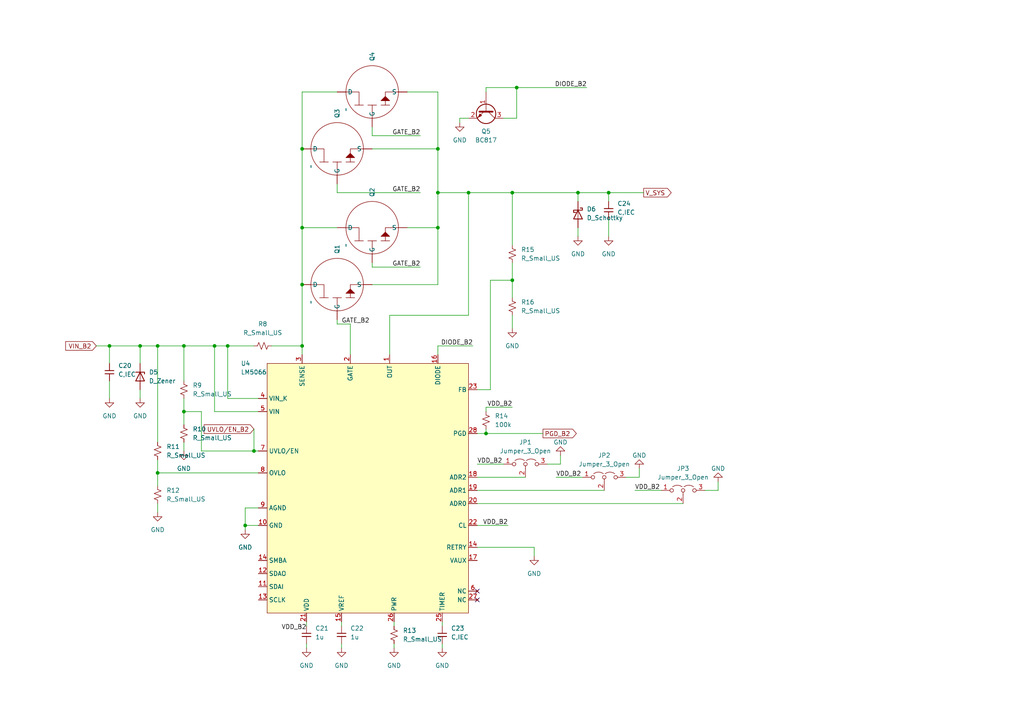
<source format=kicad_sch>
(kicad_sch (version 20230121) (generator eeschema)
  (paper "A4")
  (lib_symbols
    (symbol "Device:D_Schottky" (pin_numbers hide) (pin_names (offset 1.016) hide)
      (property "Reference" "D" (at 0 2.54 0))
      (property "Value" "D_Schottky" (at 0 -2.54 0))
      (symbol "D_Schottky_0_1"
        (polyline (pts (xy 1.27 0) (xy -1.27 0)))
        (polyline (pts (xy 1.27 1.27) (xy 1.27 -1.27) (xy -1.27 0) (xy 1.27 1.27)) (stroke (width 0.254)))
        (polyline (pts (xy -1.905 0.635) (xy -1.905 1.27) (xy -1.27 1.27) (xy -1.27 -1.27) (xy -0.635 -1.27) (xy -0.635 -0.635)) (stroke (width 0.254)))
      )
      (symbol "D_Schottky_1_1"
        (pin passive line (at -3.81 0 0) (length 2.54) (name "K") (number "1"))
        (pin passive line (at 3.81 0 180) (length 2.54) (name "A") (number "2"))
      )
    )
    (symbol "Device:D_Zener" (pin_numbers hide) (pin_names (offset 1.016) hide)
      (property "Reference" "D" (at 0 2.54 0))
      (property "Value" "D_Zener" (at 0 -2.54 0))
      (symbol "D_Zener_0_1"
        (polyline (pts (xy 1.27 0) (xy -1.27 0)))
        (polyline (pts (xy -1.27 -1.27) (xy -1.27 1.27) (xy -0.762 1.27)) (stroke (width 0.254)))
        (polyline (pts (xy 1.27 -1.27) (xy 1.27 1.27) (xy -1.27 0) (xy 1.27 -1.27)) (stroke (width 0.254)))
      )
      (symbol "D_Zener_1_1"
        (pin passive line (at -3.81 0 0) (length 2.54) (name "K") (number "1"))
        (pin passive line (at 3.81 0 180) (length 2.54) (name "A") (number "2"))
      )
    )
    (symbol "Device:R_Small_US" (pin_numbers hide) (pin_names (offset 0.254) hide)
      (property "Reference" "R" (at 0.762 0.508 0))
      (property "Value" "R_Small_US" (at 0.762 -1.016 0))
      (symbol "R_Small_US_1_1"
        (polyline (pts (xy 0 0) (xy 1.016 -0.381) (xy 0 -0.762) (xy -1.016 -1.143) (xy 0 -1.524)))
        (polyline (pts (xy 0 1.524) (xy 1.016 1.143) (xy 0 0.762) (xy -1.016 0.381) (xy 0 0)))
        (pin passive line (at 0 2.54 270) (length 1.016) (name "~") (number "1"))
        (pin passive line (at 0 -2.54 90) (length 1.016) (name "~") (number "2"))
      )
    )
    (symbol "Jumper:Jumper_3_Open" (pin_names (offset 0) hide)
      (property "Reference" "JP" (at -2.54 -2.54 0))
      (property "Value" "Jumper_3_Open" (at 0 2.794 0))
      (symbol "Jumper_3_Open_0_0"
        (circle (center -3.302 0) (radius 0.508))
        (circle (center 0 0) (radius 0.508))
        (circle (center 3.302 0) (radius 0.508))
      )
      (symbol "Jumper_3_Open_0_1"
        (arc (start -0.254 1.016) (mid -1.651 1.4992) (end -3.048 1.016))
        (polyline (pts (xy 0 -0.508) (xy 0 -1.27)))
        (arc (start 3.048 1.016) (mid 1.651 1.4992) (end 0.254 1.016))
      )
      (symbol "Jumper_3_Open_1_1"
        (pin passive line (at -6.35 0 0) (length 2.54) (name "A") (number "1"))
        (pin passive line (at 0 -3.81 90) (length 2.54) (name "C") (number "2"))
        (pin passive line (at 6.35 0 180) (length 2.54) (name "B") (number "3"))
      )
    )
    (symbol "Nexperia:GAN3R2-100CBEAZ"
      (property "Reference" "Q1" (at 16.51 -7.62 0))
      (property "Value" "~" (at 2.54 0 0))
      (symbol "GAN3R2-100CBEAZ_0_1"
        (polyline (pts (xy 3.81 -10.16) (xy 3.81 -12.7)))
        (polyline (pts (xy 3.81 -7.62) (xy 0 -7.62)))
        (polyline (pts (xy 3.81 -6.35) (xy 3.81 -8.89)))
        (polyline (pts (xy 3.81 -2.54) (xy 3.81 -5.08)))
        (polyline (pts (xy 3.81 -11.43) (xy 7.62 -11.43) (xy 7.62 -15.24)))
        (polyline (pts (xy 3.81 -3.81) (xy 7.62 -3.81) (xy 7.62 0)))
        (circle (center 7.62 -7.62) (radius 7.62))
      )
      (symbol "GAN3R2-100CBEAZ_1_1"
        (polyline (pts (xy 6.35 -11.43) (xy 5.08 -10.16) (xy 5.08 -12.7) (xy 6.35 -11.43)) (fill (type outline)))
        (pin power_in line (at 7.62 2.54 270) (length 2.54) (name "D") (number ""))
        (pin input line (at -2.54 -7.62 0) (length 2.54) (name "G") (number ""))
        (pin power_out line (at 7.62 -17.78 90) (length 2.54) (name "S") (number ""))
      )
    )
    (symbol "PCM_Generic-50:C,IEC" (pin_numbers hide) (pin_names (offset 0) hide)
      (property "Reference" "C" (at 1.27 1.27 0))
      (property "Value" "C,IEC" (at 1.27 -1.27 0))
      (property "Indicator" "+" (at -1.27 1.27 0))
      (symbol "C,IEC_1_1"
        (polyline (pts (xy -1.27 -0.4572) (xy 1.27 -0.4572)) (stroke (width 0.254)))
        (polyline (pts (xy -1.27 0.4572) (xy 1.27 0.4572)) (stroke (width 0.254)))
        (pin passive line (at 0 2.54 270) (length 2.0828) (name "+") (number "1"))
        (pin passive line (at 0 -2.54 90) (length 2.0828) (name "-") (number "2"))
      )
    )
    (symbol "TI.Library:LM5066"
      (property "Reference" "U" (at 0 1.27 0))
      (property "Value" "LM5066" (at 3.81 -77.47 0))
      (symbol "LM5066_1_1"
        (rectangle (start 0 -2.54) (end 58.42 -74.93) (fill (type background)))
        (pin power_out line (at 35.56 0 270) (length 2.54) (name "OUT") (number "1"))
        (pin power_in line (at -2.54 -49.53 0) (length 2.54) (name "GND") (number "10"))
        (pin input line (at -2.54 -67.31 0) (length 2.54) (name "SDAI") (number "11"))
        (pin output line (at -2.54 -63.5 0) (length 2.54) (name "SDAO") (number "12"))
        (pin bidirectional line (at -2.54 -71.12 0) (length 2.54) (name "SCLK") (number "13"))
        (pin tri_state line (at 60.96 -55.88 180) (length 2.54) (name "RETRY") (number "14"))
        (pin output line (at -2.54 -59.69 0) (length 2.54) (name "SMBA") (number "14"))
        (pin input line (at 21.59 -77.47 90) (length 2.54) (name "VREF") (number "15"))
        (pin output line (at 49.53 0 270) (length 2.54) (name "DIODE") (number "16"))
        (pin power_in line (at 60.96 -59.69 180) (length 2.54) (name "VAUX") (number "17"))
        (pin tri_state line (at 60.96 -35.56 180) (length 2.54) (name "ADR2") (number "18"))
        (pin tri_state line (at 60.96 -39.37 180) (length 2.54) (name "ADR1") (number "19"))
        (pin output line (at 24.13 0 270) (length 2.54) (name "GATE") (number "2"))
        (pin tri_state line (at 60.96 -43.18 180) (length 2.54) (name "ADR0") (number "20"))
        (pin output line (at 11.43 -77.47 90) (length 2.54) (name "VDD") (number "21"))
        (pin input line (at 60.96 -49.53 180) (length 2.54) (name "CL") (number "22"))
        (pin input line (at 60.96 -10.16 180) (length 2.54) (name "FB") (number "23"))
        (pin unspecified line (at 50.8 -77.47 90) (length 2.54) (name "TIMER") (number "25"))
        (pin input line (at 36.83 -77.47 90) (length 2.54) (name "PWR") (number "26"))
        (pin no_connect line (at 60.96 -71.12 180) (length 2.54) (name "NC") (number "27"))
        (pin output line (at 60.96 -22.86 180) (length 2.54) (name "PGD") (number "28"))
        (pin input line (at 10.16 0 270) (length 2.54) (name "SENSE") (number "3"))
        (pin power_in line (at -2.54 -12.7 0) (length 2.54) (name "VIN_K") (number "4"))
        (pin power_in line (at -2.54 -16.51 0) (length 2.54) (name "VIN") (number "5"))
        (pin no_connect line (at 60.96 -68.58 180) (length 2.54) (name "NC") (number "6"))
        (pin input line (at -2.54 -27.94 0) (length 2.54) (name "UVLO/EN") (number "7"))
        (pin input line (at -2.54 -34.29 0) (length 2.54) (name "OVLO") (number "8"))
        (pin power_in line (at -2.54 -44.45 0) (length 2.54) (name "AGND") (number "9"))
      )
    )
    (symbol "Transistor_BJT:BC817" (pin_names (offset 0) hide)
      (property "Reference" "Q" (at 5.08 1.905 0))
      (property "Value" "BC817" (at 5.08 0 0))
      (symbol "BC817_0_1"
        (polyline (pts (xy 0.635 0.635) (xy 2.54 2.54)))
        (polyline (pts (xy 0.635 -0.635) (xy 2.54 -2.54) (xy 2.54 -2.54)))
        (polyline (pts (xy 0.635 1.905) (xy 0.635 -1.905) (xy 0.635 -1.905)) (stroke (width 0.508)))
        (polyline (pts (xy 1.27 -1.778) (xy 1.778 -1.27) (xy 2.286 -2.286) (xy 1.27 -1.778) (xy 1.27 -1.778)) (fill (type outline)))
        (circle (center 1.27 0) (radius 2.8194) (stroke (width 0.254)))
      )
      (symbol "BC817_1_1"
        (pin input line (at -5.08 0 0) (length 5.715) (name "B") (number "1"))
        (pin passive line (at 2.54 -5.08 90) (length 2.54) (name "E") (number "2"))
        (pin passive line (at 2.54 5.08 270) (length 2.54) (name "C") (number "3"))
      )
    )
    (symbol "power:GND" (power) (pin_names (offset 0))
      (property "Value" "GND" (at 0 -3.81 0))
      (symbol "GND_0_1"
        (polyline (pts (xy 0 0) (xy 0 -1.27) (xy 1.27 -1.27) (xy 0 -2.54) (xy -1.27 -1.27) (xy 0 -1.27)))
      )
      (symbol "GND_1_1"
        (pin power_in line (at 0 0 270) (length 0) hide (name "GND") (number "1"))
      )
    )
  )
  (junction (at 71.12 152.4))
  (junction (at 149.86 25.4))
  (junction (at 148.59 55.88))
  (junction (at 127 55.88))
  (junction (at 176.53 55.88))
  (junction (at 53.34 119.38))
  (junction (at 167.64 55.88))
  (junction (at 135.89 55.88))
  (junction (at 87.63 100.33))
  (junction (at 87.63 82.55))
  (junction (at 73.66 130.81))
  (junction (at 66.04 100.33))
  (junction (at 31.75 100.33))
  (junction (at 53.34 100.33))
  (junction (at 148.59 81.28))
  (junction (at 87.63 66.04))
  (junction (at 140.97 125.73))
  (junction (at 45.72 100.33))
  (junction (at 40.64 100.33))
  (junction (at 127 43.18))
  (junction (at 45.72 137.16))
  (junction (at 127 66.04))
  (junction (at 87.63 43.18))
  (junction (at 62.23 100.33))
  (no_connect (at 138.43 173.99))
  (no_connect (at 138.43 171.45))
  (wire (pts (xy 53.34 115.57) (xy 53.34 119.38)))
  (wire (pts (xy 127 102.87) (xy 127 100.33)))
  (wire (pts (xy 138.43 134.62) (xy 146.05 134.62)))
  (wire (pts (xy 40.64 113.03) (xy 40.64 115.57)))
  (wire (pts (xy 40.64 100.33) (xy 45.72 100.33)))
  (wire (pts (xy 101.6 93.98) (xy 101.6 102.87)))
  (wire (pts (xy 31.75 100.33) (xy 31.75 105.41)))
  (wire (pts (xy 140.97 26.67) (xy 140.97 25.4)))
  (wire (pts (xy 62.23 100.33) (xy 62.23 119.38)))
  (wire (pts (xy 97.79 53.34) (xy 97.79 55.88)))
  (wire (pts (xy 133.35 34.29) (xy 133.35 35.56)))
  (wire (pts (xy 138.43 152.4) (xy 147.32 152.4)))
  (wire (pts (xy 113.03 102.87) (xy 113.03 91.44)))
  (wire (pts (xy 138.43 146.05) (xy 198.12 146.05)))
  (wire (pts (xy 135.89 34.29) (xy 133.35 34.29)))
  (wire (pts (xy 88.9 186.69) (xy 88.9 187.96)))
  (wire (pts (xy 208.28 139.7) (xy 208.28 142.24)))
  (wire (pts (xy 45.72 100.33) (xy 45.72 128.27)))
  (wire (pts (xy 127 26.67) (xy 118.11 26.67)))
  (wire (pts (xy 127 55.88) (xy 127 66.04)))
  (wire (pts (xy 87.63 43.18) (xy 87.63 66.04)))
  (wire (pts (xy 53.34 100.33) (xy 62.23 100.33)))
  (wire (pts (xy 62.23 100.33) (xy 66.04 100.33)))
  (wire (pts (xy 87.63 102.87) (xy 87.63 100.33)))
  (wire (pts (xy 148.59 55.88) (xy 167.64 55.88)))
  (wire (pts (xy 58.42 130.81) (xy 73.66 130.81)))
  (wire (pts (xy 40.64 100.33) (xy 40.64 105.41)))
  (wire (pts (xy 158.75 134.62) (xy 162.56 134.62)))
  (wire (pts (xy 148.59 76.2) (xy 148.59 81.28)))
  (wire (pts (xy 45.72 133.35) (xy 45.72 137.16)))
  (wire (pts (xy 73.66 130.81) (xy 74.93 130.81)))
  (wire (pts (xy 107.95 39.37) (xy 121.92 39.37)))
  (wire (pts (xy 113.03 91.44) (xy 135.89 91.44)))
  (wire (pts (xy 161.29 138.43) (xy 168.91 138.43)))
  (wire (pts (xy 45.72 137.16) (xy 74.93 137.16)))
  (wire (pts (xy 162.56 132.08) (xy 162.56 134.62)))
  (wire (pts (xy 128.27 180.34) (xy 128.27 181.61)))
  (wire (pts (xy 114.3 186.69) (xy 114.3 187.96)))
  (wire (pts (xy 74.93 152.4) (xy 71.12 152.4)))
  (wire (pts (xy 87.63 82.55) (xy 87.63 100.33)))
  (wire (pts (xy 149.86 25.4) (xy 170.18 25.4)))
  (wire (pts (xy 127 66.04) (xy 118.11 66.04)))
  (wire (pts (xy 142.24 113.03) (xy 142.24 81.28)))
  (wire (pts (xy 107.95 43.18) (xy 127 43.18)))
  (wire (pts (xy 99.06 186.69) (xy 99.06 187.96)))
  (wire (pts (xy 185.42 135.89) (xy 185.42 138.43)))
  (wire (pts (xy 66.04 115.57) (xy 74.93 115.57)))
  (wire (pts (xy 114.3 180.34) (xy 114.3 181.61)))
  (wire (pts (xy 71.12 152.4) (xy 71.12 153.67)))
  (wire (pts (xy 146.05 34.29) (xy 149.86 34.29)))
  (wire (pts (xy 135.89 91.44) (xy 135.89 55.88)))
  (wire (pts (xy 127 100.33) (xy 137.16 100.33)))
  (wire (pts (xy 184.15 142.24) (xy 191.77 142.24)))
  (wire (pts (xy 73.66 124.46) (xy 73.66 130.81)))
  (wire (pts (xy 66.04 100.33) (xy 66.04 115.57)))
  (wire (pts (xy 107.95 36.83) (xy 107.95 39.37)))
  (wire (pts (xy 140.97 125.73) (xy 140.97 124.46)))
  (wire (pts (xy 181.61 138.43) (xy 185.42 138.43)))
  (wire (pts (xy 45.72 137.16) (xy 45.72 140.97)))
  (wire (pts (xy 138.43 158.75) (xy 154.94 158.75)))
  (wire (pts (xy 176.53 63.5) (xy 176.53 68.58)))
  (wire (pts (xy 53.34 128.27) (xy 53.34 130.81)))
  (wire (pts (xy 31.75 100.33) (xy 40.64 100.33)))
  (wire (pts (xy 138.43 113.03) (xy 142.24 113.03)))
  (wire (pts (xy 45.72 100.33) (xy 53.34 100.33)))
  (wire (pts (xy 97.79 92.71) (xy 97.79 93.98)))
  (wire (pts (xy 154.94 158.75) (xy 154.94 161.29)))
  (wire (pts (xy 127 43.18) (xy 127 26.67)))
  (wire (pts (xy 97.79 66.04) (xy 87.63 66.04)))
  (wire (pts (xy 128.27 186.69) (xy 128.27 187.96)))
  (wire (pts (xy 138.43 138.43) (xy 152.4 138.43)))
  (wire (pts (xy 138.43 125.73) (xy 140.97 125.73)))
  (wire (pts (xy 148.59 55.88) (xy 148.59 71.12)))
  (wire (pts (xy 176.53 55.88) (xy 186.69 55.88)))
  (wire (pts (xy 127 55.88) (xy 135.89 55.88)))
  (wire (pts (xy 140.97 118.11) (xy 140.97 119.38)))
  (wire (pts (xy 74.93 119.38) (xy 62.23 119.38)))
  (wire (pts (xy 140.97 125.73) (xy 157.48 125.73)))
  (wire (pts (xy 176.53 55.88) (xy 176.53 58.42)))
  (wire (pts (xy 99.06 180.34) (xy 99.06 181.61)))
  (wire (pts (xy 45.72 146.05) (xy 45.72 148.59)))
  (wire (pts (xy 167.64 55.88) (xy 167.64 58.42)))
  (wire (pts (xy 97.79 26.67) (xy 87.63 26.67)))
  (wire (pts (xy 140.97 25.4) (xy 149.86 25.4)))
  (wire (pts (xy 71.12 147.32) (xy 71.12 152.4)))
  (wire (pts (xy 73.66 100.33) (xy 66.04 100.33)))
  (wire (pts (xy 107.95 82.55) (xy 127 82.55)))
  (wire (pts (xy 87.63 66.04) (xy 87.63 82.55)))
  (wire (pts (xy 167.64 55.88) (xy 176.53 55.88)))
  (wire (pts (xy 107.95 77.47) (xy 121.92 77.47)))
  (wire (pts (xy 135.89 55.88) (xy 148.59 55.88)))
  (wire (pts (xy 71.12 147.32) (xy 74.93 147.32)))
  (wire (pts (xy 88.9 180.34) (xy 88.9 181.61)))
  (wire (pts (xy 87.63 26.67) (xy 87.63 43.18)))
  (wire (pts (xy 149.86 34.29) (xy 149.86 25.4)))
  (wire (pts (xy 53.34 119.38) (xy 58.42 119.38)))
  (wire (pts (xy 148.59 91.44) (xy 148.59 95.25)))
  (wire (pts (xy 107.95 76.2) (xy 107.95 77.47)))
  (wire (pts (xy 142.24 81.28) (xy 148.59 81.28)))
  (wire (pts (xy 58.42 119.38) (xy 58.42 130.81)))
  (wire (pts (xy 78.74 100.33) (xy 87.63 100.33)))
  (wire (pts (xy 127 43.18) (xy 127 55.88)))
  (wire (pts (xy 53.34 100.33) (xy 53.34 110.49)))
  (wire (pts (xy 140.97 118.11) (xy 148.59 118.11)))
  (wire (pts (xy 138.43 142.24) (xy 175.26 142.24)))
  (wire (pts (xy 27.94 100.33) (xy 31.75 100.33)))
  (wire (pts (xy 204.47 142.24) (xy 208.28 142.24)))
  (wire (pts (xy 53.34 119.38) (xy 53.34 123.19)))
  (wire (pts (xy 148.59 81.28) (xy 148.59 86.36)))
  (wire (pts (xy 167.64 66.04) (xy 167.64 68.58)))
  (wire (pts (xy 97.79 93.98) (xy 101.6 93.98)))
  (wire (pts (xy 127 66.04) (xy 127 82.55)))
  (wire (pts (xy 31.75 110.49) (xy 31.75 115.57)))
  (wire (pts (xy 97.79 55.88) (xy 121.92 55.88)))
  (label "VDD_B2" (at 148.59 118.11 180))
  (label "GATE_B2" (at 121.92 55.88 180))
  (label "GATE_B2" (at 121.92 39.37 180))
  (label "VDD_B2" (at 88.9 182.88 180))
  (label "DIODE_B2" (at 137.16 100.33 180))
  (label "VDD_B2" (at 147.32 152.4 180))
  (label "VDD_B2" (at 161.29 138.43 0))
  (label "GATE_B2" (at 121.92 77.47 180))
  (label "VDD_B2" (at 138.43 134.62 0))
  (label "GATE_B2" (at 99.06 93.98 0))
  (label "DIODE_B2" (at 170.18 25.4 180))
  (label "VDD_B2" (at 184.15 142.24 0))
  (global_label "VIN_B2" (shape input) (at 27.94 100.33 180) (property "Intersheetrefs" "${INTERSHEET_REFS}" (effects hide)))
  (global_label "PGD_B2" (shape output) (at 157.48 125.73 0) (property "Intersheetrefs" "${INTERSHEET_REFS}" (effects hide)))
  (global_label "V_SYS" (shape output) (at 186.69 55.88 0) (property "Intersheetrefs" "${INTERSHEET_REFS}" (effects hide)))
  (global_label "UVLO{slash}EN_B2" (shape input) (at 73.66 124.46 180) (property "Intersheetrefs" "${INTERSHEET_REFS}" (effects hide)))
  (symbol (lib_id "power:GND") (at 167.64 68.58 0) (unit 1)
    (property "Reference" "#PWR039" (effects hide))
    (property "Value" "GND" (at 167.64 73.66 0))
    (instances (project "2023-24_Power_Supply" (path "" (reference "#PWR039") (unit 1)) (path "" (reference "#PWR058") (unit 1))))
  )
  (symbol (lib_id "Device:D_Zener") (at 40.64 109.22 270) (unit 1)
    (property "Reference" "D5" (at 43.18 107.95 90) (effects (justify left)))
    (property "Value" "D_Zener" (at 43.18 110.49 90) (effects (justify left)))
    (instances (project "2023-24_Power_Supply" (path "" (reference "D5") (unit 1)) (path "" (reference "D7") (unit 1))))
  )
  (symbol (lib_id "Device:R_Small_US") (at 148.59 73.66 0) (unit 1)
    (property "Reference" "R15" (at 151.13 72.39 0) (effects (justify left)))
    (property "Value" "R_Small_US" (at 151.13 74.93 0) (effects (justify left)))
    (instances (project "2023-24_Power_Supply" (path "" (reference "R15") (unit 1)) (path "" (reference "R24") (unit 1))))
  )
  (symbol (lib_id "power:GND") (at 176.53 68.58 0) (unit 1)
    (property "Reference" "#PWR040" (effects hide))
    (property "Value" "GND" (at 176.53 73.66 0))
    (instances (project "2023-24_Power_Supply" (path "" (reference "#PWR040") (unit 1)) (path "" (reference "#PWR059") (unit 1))))
  )
  (symbol (lib_id "power:GND") (at 133.35 35.56 0) (unit 1)
    (property "Reference" "#PWR041" (effects hide))
    (property "Value" "GND" (at 133.35 40.64 0))
    (instances (project "2023-24_Power_Supply" (path "" (reference "#PWR041") (unit 1)) (path "" (reference "#PWR062") (unit 1))))
  )
  (symbol (lib_id "Device:R_Small_US") (at 140.97 121.92 180) (unit 1)
    (property "Reference" "R14" (at 143.51 120.65 0) (effects (justify right)))
    (property "Value" "100k" (at 143.51 123.19 0) (effects (justify right)))
    (instances (project "2023-24_Power_Supply" (path "" (reference "R14") (unit 1)) (path "" (reference "R23") (unit 1))))
  )
  (symbol (lib_id "Device:R_Small_US") (at 114.3 184.15 180) (unit 1)
    (property "Reference" "R13" (at 116.84 182.88 0) (effects (justify right)))
    (property "Value" "R_Small_US" (at 116.84 185.42 0) (effects (justify right)))
    (instances (project "2023-24_Power_Supply" (path "" (reference "R13") (unit 1)) (path "" (reference "R22") (unit 1))))
  )
  (symbol (lib_id "Device:R_Small_US") (at 148.59 88.9 0) (unit 1)
    (property "Reference" "R16" (at 151.13 87.63 0) (effects (justify left)))
    (property "Value" "R_Small_US" (at 151.13 90.17 0) (effects (justify left)))
    (instances (project "2023-24_Power_Supply" (path "" (reference "R16") (unit 1)) (path "" (reference "R25") (unit 1))))
  )
  (symbol (lib_id "power:GND") (at 88.9 187.96 0) (unit 1)
    (property "Reference" "#PWR034" (effects hide))
    (property "Value" "GND" (at 88.9 193.04 0))
    (instances (project "2023-24_Power_Supply" (path "" (reference "#PWR034") (unit 1)) (path "" (reference "#PWR051") (unit 1))))
  )
  (symbol (lib_id "Nexperia:GAN3R2-100CBEAZ") (at 90.17 90.17 90) (unit 1)
    (property "Reference" "Q1" (at 97.79 73.66 0) (effects (justify left)))
    (property "Value" "~" (at 90.17 87.63 0))
    (property "Footprint" "Nexperia:WLCSP-8" (effects hide))
    (property "Datasheet" "https://www.mouser.com/datasheet/2/916/GAN3R2_100CBE-3159465.pdf" (effects hide))
    (instances (project "2023-24_Power_Supply" (path "" (reference "Q1") (unit 1)) (path "" (reference "Q7") (unit 1))))
  )
  (symbol (lib_id "power:GND") (at 185.42 135.89 180) (unit 1)
    (property "Reference" "#PWR043" (effects hide))
    (property "Value" "GND" (at 185.42 132.08 0))
    (instances (project "2023-24_Power_Supply" (path "" (reference "#PWR043") (unit 1)) (path "" (reference "#PWR060") (unit 1))))
  )
  (symbol (lib_id "power:GND") (at 71.12 153.67 0) (unit 1)
    (property "Reference" "#PWR033" (effects hide))
    (property "Value" "GND" (at 71.12 158.75 0))
    (instances (project "2023-24_Power_Supply" (path "" (reference "#PWR033") (unit 1)) (path "" (reference "#PWR050") (unit 1))))
  )
  (symbol (lib_id "power:GND") (at 162.56 132.08 180) (unit 1)
    (property "Reference" "#PWR042" (effects hide))
    (property "Value" "GND" (at 162.56 128.27 0))
    (instances (project "2023-24_Power_Supply" (path "" (reference "#PWR042") (unit 1)) (path "" (reference "#PWR057") (unit 1))))
  )
  (symbol (lib_id "power:GND") (at 154.94 161.29 0) (unit 1)
    (property "Reference" "#PWR038" (effects hide))
    (property "Value" "GND" (at 154.94 166.37 0))
    (instances (project "2023-24_Power_Supply" (path "" (reference "#PWR038") (unit 1)) (path "" (reference "#PWR056") (unit 1))))
  )
  (symbol (lib_id "power:GND") (at 99.06 187.96 0) (unit 1)
    (property "Reference" "#PWR035" (effects hide))
    (property "Value" "GND" (at 99.06 193.04 0))
    (instances (project "2023-24_Power_Supply" (path "" (reference "#PWR035") (unit 1)) (path "" (reference "#PWR052") (unit 1))))
  )
  (symbol (lib_id "Nexperia:GAN3R2-100CBEAZ") (at 100.33 34.29 90) (unit 1)
    (property "Reference" "Q4" (at 107.95 17.78 0) (effects (justify left)))
    (property "Value" "~" (at 100.33 31.75 0))
    (property "Footprint" "Nexperia:WLCSP-8" (effects hide))
    (property "Datasheet" "https://www.mouser.com/datasheet/2/916/GAN3R2_100CBE-3159465.pdf" (effects hide))
    (instances (project "2023-24_Power_Supply" (path "" (reference "Q4") (unit 1)) (path "" (reference "Q8") (unit 1))))
  )
  (symbol (lib_id "power:GND") (at 40.64 115.57 0) (unit 1)
    (property "Reference" "#PWR031" (effects hide))
    (property "Value" "GND" (at 40.64 120.65 0))
    (instances (project "2023-24_Power_Supply" (path "" (reference "#PWR031") (unit 1)) (path "" (reference "#PWR047") (unit 1))))
  )
  (symbol (lib_id "Device:D_Schottky") (at 167.64 62.23 270) (unit 1)
    (property "Reference" "D6" (at 170.18 60.6425 90) (effects (justify left)))
    (property "Value" "D_Schottky" (at 170.18 63.1825 90) (effects (justify left)))
    (instances (project "2023-24_Power_Supply" (path "" (reference "D6") (unit 1)) (path "" (reference "D8") (unit 1))))
  )
  (symbol (lib_id "power:GND") (at 114.3 187.96 0) (unit 1)
    (property "Reference" "#PWR037" (effects hide))
    (property "Value" "GND" (at 114.3 193.04 0))
    (instances (project "2023-24_Power_Supply" (path "" (reference "#PWR037") (unit 1)) (path "" (reference "#PWR053") (unit 1))))
  )
  (symbol (lib_id "Jumper:Jumper_3_Open") (at 198.12 142.24 0) (unit 1)
    (property "Reference" "JP3" (at 198.12 135.89 0))
    (property "Value" "Jumper_3_Open" (at 198.12 138.43 0))
    (instances (project "2023-24_Power_Supply" (path "" (reference "JP3") (unit 1)) (path "" (reference "JP6") (unit 1))))
  )
  (symbol (lib_id "Nexperia:GAN3R2-100CBEAZ") (at 100.33 73.66 90) (unit 1)
    (property "Reference" "Q2" (at 107.95 57.15 0) (effects (justify left)))
    (property "Value" "~" (at 100.33 71.12 0))
    (property "Footprint" "Nexperia:WLCSP-8" (effects hide))
    (property "Datasheet" "https://www.mouser.com/datasheet/2/916/GAN3R2_100CBE-3159465.pdf" (effects hide))
    (instances (project "2023-24_Power_Supply" (path "" (reference "Q2") (unit 1)) (path "" (reference "Q9") (unit 1))))
  )
  (symbol (lib_id "power:GND") (at 148.59 95.25 0) (unit 1)
    (property "Reference" "#PWR045" (effects hide))
    (property "Value" "GND" (at 148.59 100.33 0))
    (instances (project "2023-24_Power_Supply" (path "" (reference "#PWR045") (unit 1)) (path "" (reference "#PWR055") (unit 1))))
  )
  (symbol (lib_id "power:GND") (at 45.72 148.59 0) (unit 1)
    (property "Reference" "#PWR030" (effects hide))
    (property "Value" "GND" (at 45.72 153.67 0))
    (instances (project "2023-24_Power_Supply" (path "" (reference "#PWR030") (unit 1)) (path "" (reference "#PWR048") (unit 1))))
  )
  (symbol (lib_id "Device:R_Small_US") (at 76.2 100.33 90) (unit 1)
    (property "Reference" "R8" (at 76.2 93.98 90))
    (property "Value" "R_Small_US" (at 76.2 96.52 90))
    (instances (project "2023-24_Power_Supply" (path "" (reference "R8") (unit 1)) (path "" (reference "R21") (unit 1))))
  )
  (symbol (lib_id "Device:R_Small_US") (at 53.34 125.73 180) (unit 1)
    (property "Reference" "R10" (at 55.88 124.46 0) (effects (justify right)))
    (property "Value" "R_Small_US" (at 55.88 127 0) (effects (justify right)))
    (instances (project "2023-24_Power_Supply" (path "" (reference "R10") (unit 1)) (path "" (reference "R20") (unit 1))))
  )
  (symbol (lib_id "Jumper:Jumper_3_Open") (at 175.26 138.43 0) (unit 1)
    (property "Reference" "JP2" (at 175.26 132.08 0))
    (property "Value" "Jumper_3_Open" (at 175.26 134.62 0))
    (instances (project "2023-24_Power_Supply" (path "" (reference "JP2") (unit 1)) (path "" (reference "JP5") (unit 1))))
  )
  (symbol (lib_id "power:GND") (at 53.34 130.81 0) (unit 1)
    (property "Reference" "#PWR029" (effects hide))
    (property "Value" "GND" (at 53.34 135.89 0))
    (instances (project "2023-24_Power_Supply" (path "" (reference "#PWR029") (unit 1)) (path "" (reference "#PWR049") (unit 1))))
  )
  (symbol (lib_id "PCM_Generic-50:C,IEC") (at 128.27 184.15 0) (unit 1)
    (property "Reference" "C23" (at 130.81 182.245 0) (effects (justify left)))
    (property "Value" "C,IEC" (at 130.81 184.785 0) (effects (justify left)))
    (property "Indicator" "+" (effects hide))
    (instances (project "2023-24_Power_Supply" (path "" (reference "C23") (unit 1)) (path "" (reference "C28") (unit 1))))
  )
  (symbol (lib_id "Jumper:Jumper_3_Open") (at 152.4 134.62 0) (unit 1)
    (property "Reference" "JP1" (at 152.4 128.27 0))
    (property "Value" "Jumper_3_Open" (at 152.4 130.81 0))
    (instances (project "2023-24_Power_Supply" (path "" (reference "JP1") (unit 1)) (path "" (reference "JP4") (unit 1))))
  )
  (symbol (lib_id "power:GND") (at 208.28 139.7 180) (unit 1)
    (property "Reference" "#PWR044" (effects hide))
    (property "Value" "GND" (at 208.28 135.89 0))
    (instances (project "2023-24_Power_Supply" (path "" (reference "#PWR044") (unit 1)) (path "" (reference "#PWR061") (unit 1))))
  )
  (symbol (lib_id "PCM_Generic-50:C,IEC") (at 99.06 184.15 0) (unit 1)
    (property "Reference" "C22" (at 101.6 182.245 0) (effects (justify left)))
    (property "Value" "1u" (at 101.6 184.785 0) (effects (justify left)))
    (property "Indicator" "+" (effects hide))
    (instances (project "2023-24_Power_Supply" (path "" (reference "C22") (unit 1)) (path "" (reference "C27") (unit 1))))
  )
  (symbol (lib_id "Device:R_Small_US") (at 45.72 143.51 180) (unit 1)
    (property "Reference" "R12" (at 48.26 142.24 0) (effects (justify right)))
    (property "Value" "R_Small_US" (at 48.26 144.78 0) (effects (justify right)))
    (instances (project "2023-24_Power_Supply" (path "" (reference "R12") (unit 1)) (path "" (reference "R18") (unit 1))))
  )
  (symbol (lib_id "Transistor_BJT:BC817") (at 140.97 31.75 270) (unit 1)
    (property "Reference" "Q5" (at 140.97 38.1 90))
    (property "Value" "BC817" (at 140.97 40.64 90))
    (property "Footprint" "Package_TO_SOT_SMD:SOT-23" (effects hide))
    (property "Datasheet" "https://www.onsemi.com/pub/Collateral/BC818-D.pdf" (effects hide))
    (instances (project "2023-24_Power_Supply" (path "" (reference "Q5") (unit 1)) (path "" (reference "Q10") (unit 1))))
  )
  (symbol (lib_id "PCM_Generic-50:C,IEC") (at 88.9 184.15 0) (unit 1)
    (property "Reference" "C21" (at 91.44 182.245 0) (effects (justify left)))
    (property "Value" "1u" (at 91.44 184.785 0) (effects (justify left)))
    (property "Indicator" "+" (effects hide))
    (instances (project "2023-24_Power_Supply" (path "" (reference "C21") (unit 1)) (path "" (reference "C26") (unit 1))))
  )
  (symbol (lib_id "power:GND") (at 128.27 187.96 0) (unit 1)
    (property "Reference" "#PWR036" (effects hide))
    (property "Value" "GND" (at 128.27 193.04 0))
    (instances (project "2023-24_Power_Supply" (path "" (reference "#PWR036") (unit 1)) (path "" (reference "#PWR054") (unit 1))))
  )
  (symbol (lib_id "power:GND") (at 31.75 115.57 0) (unit 1)
    (property "Reference" "#PWR032" (effects hide))
    (property "Value" "GND" (at 31.75 120.65 0))
    (instances (project "2023-24_Power_Supply" (path "" (reference "#PWR032") (unit 1)) (path "" (reference "#PWR046") (unit 1))))
  )
  (symbol (lib_id "Device:R_Small_US") (at 45.72 130.81 180) (unit 1)
    (property "Reference" "R11" (at 48.26 129.54 0) (effects (justify right)))
    (property "Value" "R_Small_US" (at 48.26 132.08 0) (effects (justify right)))
    (instances (project "2023-24_Power_Supply" (path "" (reference "R11") (unit 1)) (path "" (reference "R17") (unit 1))))
  )
  (symbol (lib_id "Device:R_Small_US") (at 53.34 113.03 0) (unit 1)
    (property "Reference" "R9" (at 55.88 111.76 0) (effects (justify left)))
    (property "Value" "R_Small_US" (at 55.88 114.3 0) (effects (justify left)))
    (instances (project "2023-24_Power_Supply" (path "" (reference "R9") (unit 1)) (path "" (reference "R19") (unit 1))))
  )
  (symbol (lib_id "TI.Library:LM5066") (at 77.47 102.87 0) (unit 1)
    (property "Reference" "U4" (at 69.85 105.41 0) (effects (justify left)))
    (property "Value" "LM5066" (at 69.85 107.95 0) (effects (justify left)))
    (property "Footprint" "TI:HTSSOP-28" (effects hide))
    (property "Datasheet" "https://www.ti.com/general/docs/suppproductinfo.tsp?distId=26&gotoUrl=https://www.ti.com/lit/gpn/lm5066i" (effects hide))
    (instances (project "2023-24_Power_Supply" (path "" (reference "U4") (unit 1)) (path "" (reference "U5") (unit 1))))
  )
  (symbol (lib_id "Nexperia:GAN3R2-100CBEAZ") (at 90.17 50.8 90) (unit 1)
    (property "Reference" "Q3" (at 97.79 34.29 0) (effects (justify left)))
    (property "Value" "~" (at 90.17 48.26 0))
    (property "Footprint" "Nexperia:WLCSP-8" (effects hide))
    (property "Datasheet" "https://www.mouser.com/datasheet/2/916/GAN3R2_100CBE-3159465.pdf" (effects hide))
    (instances (project "2023-24_Power_Supply" (path "" (reference "Q3") (unit 1)) (path "" (reference "Q6") (unit 1))))
  )
  (symbol (lib_id "PCM_Generic-50:C,IEC") (at 176.53 60.96 0) (unit 1)
    (property "Reference" "C24" (at 179.07 59.055 0) (effects (justify left)))
    (property "Value" "C,IEC" (at 179.07 61.595 0) (effects (justify left)))
    (property "Indicator" "+" (effects hide))
    (instances (project "2023-24_Power_Supply" (path "" (reference "C24") (unit 1)) (path "" (reference "C29") (unit 1))))
  )
  (symbol (lib_id "PCM_Generic-50:C,IEC") (at 31.75 107.95 0) (unit 1)
    (property "Reference" "C20" (at 34.29 106.045 0) (effects (justify left)))
    (property "Value" "C,IEC" (at 34.29 108.585 0) (effects (justify left)))
    (property "Indicator" "+" (effects hide))
    (instances (project "2023-24_Power_Supply" (path "" (reference "C20") (unit 1)) (path "" (reference "C25") (unit 1))))
  )
)
</source>
